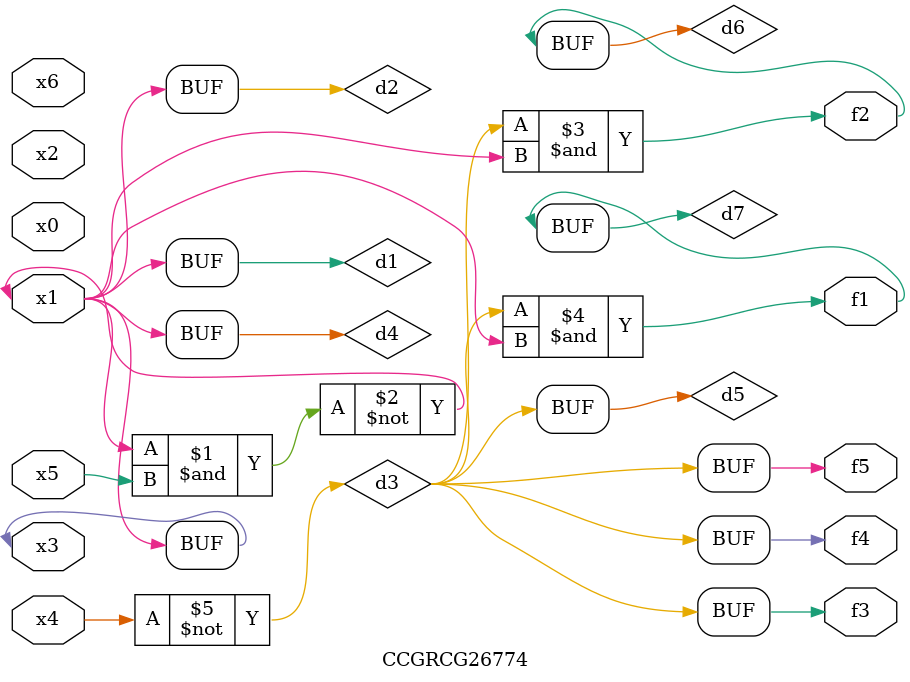
<source format=v>
module CCGRCG26774(
	input x0, x1, x2, x3, x4, x5, x6,
	output f1, f2, f3, f4, f5
);

	wire d1, d2, d3, d4, d5, d6, d7;

	buf (d1, x1, x3);
	nand (d2, x1, x5);
	not (d3, x4);
	buf (d4, d1, d2);
	buf (d5, d3);
	and (d6, d3, d4);
	and (d7, d3, d4);
	assign f1 = d7;
	assign f2 = d6;
	assign f3 = d5;
	assign f4 = d5;
	assign f5 = d5;
endmodule

</source>
